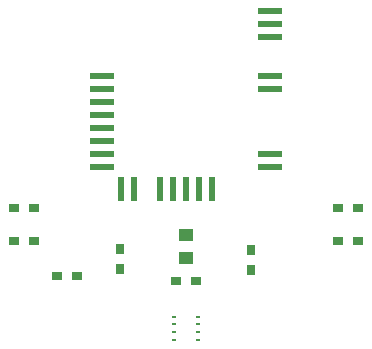
<source format=gbr>
G04 DipTrace 3.2.0.1*
G04 TopPaste.gbr*
%MOIN*%
G04 #@! TF.FileFunction,Paste,Top*
G04 #@! TF.Part,Single*
%ADD35R,0.011811X0.005906*%
%ADD37R,0.082677X0.019685*%
%ADD39R,0.019685X0.082677*%
%ADD41R,0.051181X0.043307*%
%ADD45R,0.031496X0.035433*%
%ADD47R,0.035433X0.031496*%
%FSLAX26Y26*%
G04*
G70*
G90*
G75*
G01*
G04 TopPaste*
%LPD*%
D47*
X-505906Y-265748D3*
X-572835D3*
D45*
X-220472Y-360236D3*
Y-293307D3*
D47*
X-429480Y-384189D3*
X-362551D3*
X32358Y-400140D3*
X-34571D3*
D41*
X-732Y-247607D3*
Y-322410D3*
D47*
X-505906Y-157480D3*
X-572835D3*
X572835D3*
X505906D3*
D45*
X215245Y-297623D3*
Y-364552D3*
D47*
X505906Y-265748D3*
X572835D3*
D39*
X43307Y-94488D3*
X0D3*
X86614D3*
D37*
X279528Y-19685D3*
Y23622D3*
Y240157D3*
Y283465D3*
Y413386D3*
Y456693D3*
Y500000D3*
X-279528Y-19685D3*
Y23622D3*
Y66929D3*
Y110236D3*
Y153543D3*
Y196850D3*
Y240157D3*
Y283465D3*
D39*
X-43307Y-94488D3*
X-86614D3*
X-173228D3*
X-216535D3*
D35*
X-40354Y-544673D3*
Y-570264D3*
X40354D3*
Y-544673D3*
X-40354Y-519083D3*
Y-595854D3*
X40354D3*
Y-519083D3*
M02*

</source>
